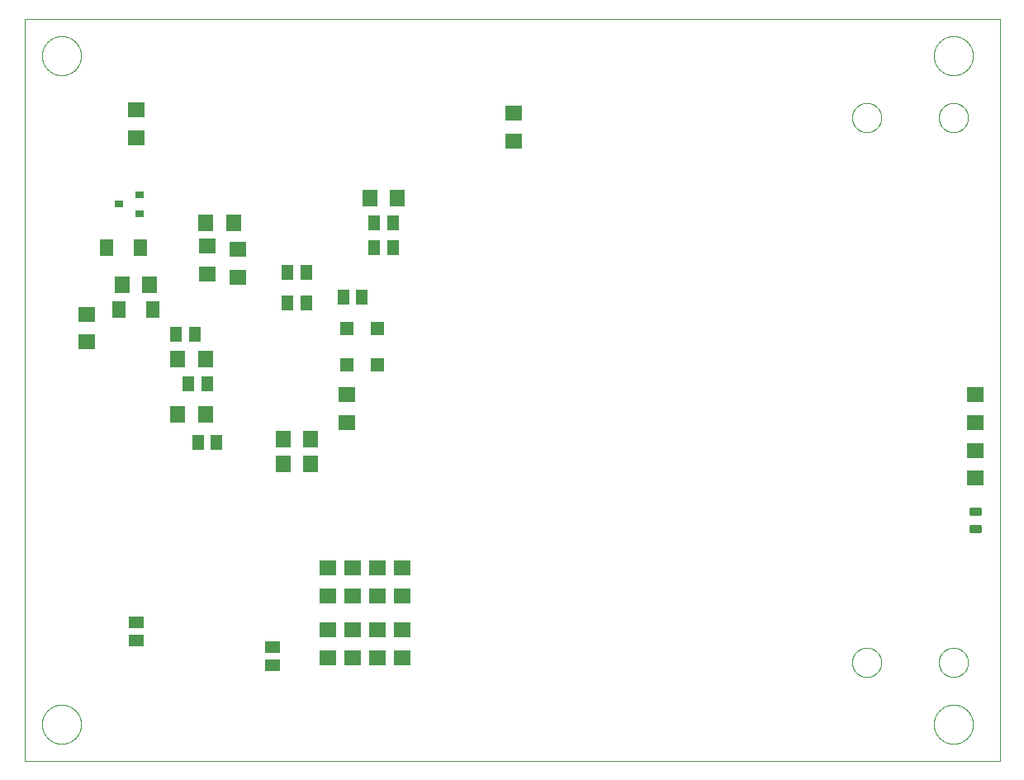
<source format=gtp>
G75*
%MOIN*%
%OFA0B0*%
%FSLAX25Y25*%
%IPPOS*%
%LPD*%
%AMOC8*
5,1,8,0,0,1.08239X$1,22.5*
%
%ADD10C,0.00000*%
%ADD11R,0.07098X0.06299*%
%ADD12R,0.05118X0.05906*%
%ADD13R,0.06299X0.07098*%
%ADD14R,0.05512X0.05512*%
%ADD15R,0.05512X0.07087*%
%ADD16R,0.03543X0.03150*%
%ADD17R,0.05906X0.05118*%
%ADD18C,0.00875*%
D10*
X0014325Y0003000D02*
X0014325Y0302961D01*
X0408026Y0302961D01*
X0408026Y0003000D01*
X0014325Y0003000D01*
X0021451Y0018000D02*
X0021453Y0018193D01*
X0021460Y0018386D01*
X0021472Y0018579D01*
X0021489Y0018772D01*
X0021510Y0018964D01*
X0021536Y0019155D01*
X0021567Y0019346D01*
X0021602Y0019536D01*
X0021642Y0019725D01*
X0021687Y0019913D01*
X0021736Y0020100D01*
X0021790Y0020286D01*
X0021848Y0020470D01*
X0021911Y0020653D01*
X0021979Y0020834D01*
X0022050Y0021013D01*
X0022127Y0021191D01*
X0022207Y0021367D01*
X0022292Y0021540D01*
X0022381Y0021712D01*
X0022474Y0021881D01*
X0022571Y0022048D01*
X0022673Y0022213D01*
X0022778Y0022375D01*
X0022887Y0022534D01*
X0023001Y0022691D01*
X0023118Y0022844D01*
X0023238Y0022995D01*
X0023363Y0023143D01*
X0023491Y0023288D01*
X0023622Y0023429D01*
X0023757Y0023568D01*
X0023896Y0023703D01*
X0024037Y0023834D01*
X0024182Y0023962D01*
X0024330Y0024087D01*
X0024481Y0024207D01*
X0024634Y0024324D01*
X0024791Y0024438D01*
X0024950Y0024547D01*
X0025112Y0024652D01*
X0025277Y0024754D01*
X0025444Y0024851D01*
X0025613Y0024944D01*
X0025785Y0025033D01*
X0025958Y0025118D01*
X0026134Y0025198D01*
X0026312Y0025275D01*
X0026491Y0025346D01*
X0026672Y0025414D01*
X0026855Y0025477D01*
X0027039Y0025535D01*
X0027225Y0025589D01*
X0027412Y0025638D01*
X0027600Y0025683D01*
X0027789Y0025723D01*
X0027979Y0025758D01*
X0028170Y0025789D01*
X0028361Y0025815D01*
X0028553Y0025836D01*
X0028746Y0025853D01*
X0028939Y0025865D01*
X0029132Y0025872D01*
X0029325Y0025874D01*
X0029518Y0025872D01*
X0029711Y0025865D01*
X0029904Y0025853D01*
X0030097Y0025836D01*
X0030289Y0025815D01*
X0030480Y0025789D01*
X0030671Y0025758D01*
X0030861Y0025723D01*
X0031050Y0025683D01*
X0031238Y0025638D01*
X0031425Y0025589D01*
X0031611Y0025535D01*
X0031795Y0025477D01*
X0031978Y0025414D01*
X0032159Y0025346D01*
X0032338Y0025275D01*
X0032516Y0025198D01*
X0032692Y0025118D01*
X0032865Y0025033D01*
X0033037Y0024944D01*
X0033206Y0024851D01*
X0033373Y0024754D01*
X0033538Y0024652D01*
X0033700Y0024547D01*
X0033859Y0024438D01*
X0034016Y0024324D01*
X0034169Y0024207D01*
X0034320Y0024087D01*
X0034468Y0023962D01*
X0034613Y0023834D01*
X0034754Y0023703D01*
X0034893Y0023568D01*
X0035028Y0023429D01*
X0035159Y0023288D01*
X0035287Y0023143D01*
X0035412Y0022995D01*
X0035532Y0022844D01*
X0035649Y0022691D01*
X0035763Y0022534D01*
X0035872Y0022375D01*
X0035977Y0022213D01*
X0036079Y0022048D01*
X0036176Y0021881D01*
X0036269Y0021712D01*
X0036358Y0021540D01*
X0036443Y0021367D01*
X0036523Y0021191D01*
X0036600Y0021013D01*
X0036671Y0020834D01*
X0036739Y0020653D01*
X0036802Y0020470D01*
X0036860Y0020286D01*
X0036914Y0020100D01*
X0036963Y0019913D01*
X0037008Y0019725D01*
X0037048Y0019536D01*
X0037083Y0019346D01*
X0037114Y0019155D01*
X0037140Y0018964D01*
X0037161Y0018772D01*
X0037178Y0018579D01*
X0037190Y0018386D01*
X0037197Y0018193D01*
X0037199Y0018000D01*
X0037197Y0017807D01*
X0037190Y0017614D01*
X0037178Y0017421D01*
X0037161Y0017228D01*
X0037140Y0017036D01*
X0037114Y0016845D01*
X0037083Y0016654D01*
X0037048Y0016464D01*
X0037008Y0016275D01*
X0036963Y0016087D01*
X0036914Y0015900D01*
X0036860Y0015714D01*
X0036802Y0015530D01*
X0036739Y0015347D01*
X0036671Y0015166D01*
X0036600Y0014987D01*
X0036523Y0014809D01*
X0036443Y0014633D01*
X0036358Y0014460D01*
X0036269Y0014288D01*
X0036176Y0014119D01*
X0036079Y0013952D01*
X0035977Y0013787D01*
X0035872Y0013625D01*
X0035763Y0013466D01*
X0035649Y0013309D01*
X0035532Y0013156D01*
X0035412Y0013005D01*
X0035287Y0012857D01*
X0035159Y0012712D01*
X0035028Y0012571D01*
X0034893Y0012432D01*
X0034754Y0012297D01*
X0034613Y0012166D01*
X0034468Y0012038D01*
X0034320Y0011913D01*
X0034169Y0011793D01*
X0034016Y0011676D01*
X0033859Y0011562D01*
X0033700Y0011453D01*
X0033538Y0011348D01*
X0033373Y0011246D01*
X0033206Y0011149D01*
X0033037Y0011056D01*
X0032865Y0010967D01*
X0032692Y0010882D01*
X0032516Y0010802D01*
X0032338Y0010725D01*
X0032159Y0010654D01*
X0031978Y0010586D01*
X0031795Y0010523D01*
X0031611Y0010465D01*
X0031425Y0010411D01*
X0031238Y0010362D01*
X0031050Y0010317D01*
X0030861Y0010277D01*
X0030671Y0010242D01*
X0030480Y0010211D01*
X0030289Y0010185D01*
X0030097Y0010164D01*
X0029904Y0010147D01*
X0029711Y0010135D01*
X0029518Y0010128D01*
X0029325Y0010126D01*
X0029132Y0010128D01*
X0028939Y0010135D01*
X0028746Y0010147D01*
X0028553Y0010164D01*
X0028361Y0010185D01*
X0028170Y0010211D01*
X0027979Y0010242D01*
X0027789Y0010277D01*
X0027600Y0010317D01*
X0027412Y0010362D01*
X0027225Y0010411D01*
X0027039Y0010465D01*
X0026855Y0010523D01*
X0026672Y0010586D01*
X0026491Y0010654D01*
X0026312Y0010725D01*
X0026134Y0010802D01*
X0025958Y0010882D01*
X0025785Y0010967D01*
X0025613Y0011056D01*
X0025444Y0011149D01*
X0025277Y0011246D01*
X0025112Y0011348D01*
X0024950Y0011453D01*
X0024791Y0011562D01*
X0024634Y0011676D01*
X0024481Y0011793D01*
X0024330Y0011913D01*
X0024182Y0012038D01*
X0024037Y0012166D01*
X0023896Y0012297D01*
X0023757Y0012432D01*
X0023622Y0012571D01*
X0023491Y0012712D01*
X0023363Y0012857D01*
X0023238Y0013005D01*
X0023118Y0013156D01*
X0023001Y0013309D01*
X0022887Y0013466D01*
X0022778Y0013625D01*
X0022673Y0013787D01*
X0022571Y0013952D01*
X0022474Y0014119D01*
X0022381Y0014288D01*
X0022292Y0014460D01*
X0022207Y0014633D01*
X0022127Y0014809D01*
X0022050Y0014987D01*
X0021979Y0015166D01*
X0021911Y0015347D01*
X0021848Y0015530D01*
X0021790Y0015714D01*
X0021736Y0015900D01*
X0021687Y0016087D01*
X0021642Y0016275D01*
X0021602Y0016464D01*
X0021567Y0016654D01*
X0021536Y0016845D01*
X0021510Y0017036D01*
X0021489Y0017228D01*
X0021472Y0017421D01*
X0021460Y0017614D01*
X0021453Y0017807D01*
X0021451Y0018000D01*
X0348419Y0043000D02*
X0348421Y0043153D01*
X0348427Y0043307D01*
X0348437Y0043460D01*
X0348451Y0043612D01*
X0348469Y0043765D01*
X0348491Y0043916D01*
X0348516Y0044067D01*
X0348546Y0044218D01*
X0348580Y0044368D01*
X0348617Y0044516D01*
X0348658Y0044664D01*
X0348703Y0044810D01*
X0348752Y0044956D01*
X0348805Y0045100D01*
X0348861Y0045242D01*
X0348921Y0045383D01*
X0348985Y0045523D01*
X0349052Y0045661D01*
X0349123Y0045797D01*
X0349198Y0045931D01*
X0349275Y0046063D01*
X0349357Y0046193D01*
X0349441Y0046321D01*
X0349529Y0046447D01*
X0349620Y0046570D01*
X0349714Y0046691D01*
X0349812Y0046809D01*
X0349912Y0046925D01*
X0350016Y0047038D01*
X0350122Y0047149D01*
X0350231Y0047257D01*
X0350343Y0047362D01*
X0350457Y0047463D01*
X0350575Y0047562D01*
X0350694Y0047658D01*
X0350816Y0047751D01*
X0350941Y0047840D01*
X0351068Y0047927D01*
X0351197Y0048009D01*
X0351328Y0048089D01*
X0351461Y0048165D01*
X0351596Y0048238D01*
X0351733Y0048307D01*
X0351872Y0048372D01*
X0352012Y0048434D01*
X0352154Y0048492D01*
X0352297Y0048547D01*
X0352442Y0048598D01*
X0352588Y0048645D01*
X0352735Y0048688D01*
X0352883Y0048727D01*
X0353032Y0048763D01*
X0353182Y0048794D01*
X0353333Y0048822D01*
X0353484Y0048846D01*
X0353637Y0048866D01*
X0353789Y0048882D01*
X0353942Y0048894D01*
X0354095Y0048902D01*
X0354248Y0048906D01*
X0354402Y0048906D01*
X0354555Y0048902D01*
X0354708Y0048894D01*
X0354861Y0048882D01*
X0355013Y0048866D01*
X0355166Y0048846D01*
X0355317Y0048822D01*
X0355468Y0048794D01*
X0355618Y0048763D01*
X0355767Y0048727D01*
X0355915Y0048688D01*
X0356062Y0048645D01*
X0356208Y0048598D01*
X0356353Y0048547D01*
X0356496Y0048492D01*
X0356638Y0048434D01*
X0356778Y0048372D01*
X0356917Y0048307D01*
X0357054Y0048238D01*
X0357189Y0048165D01*
X0357322Y0048089D01*
X0357453Y0048009D01*
X0357582Y0047927D01*
X0357709Y0047840D01*
X0357834Y0047751D01*
X0357956Y0047658D01*
X0358075Y0047562D01*
X0358193Y0047463D01*
X0358307Y0047362D01*
X0358419Y0047257D01*
X0358528Y0047149D01*
X0358634Y0047038D01*
X0358738Y0046925D01*
X0358838Y0046809D01*
X0358936Y0046691D01*
X0359030Y0046570D01*
X0359121Y0046447D01*
X0359209Y0046321D01*
X0359293Y0046193D01*
X0359375Y0046063D01*
X0359452Y0045931D01*
X0359527Y0045797D01*
X0359598Y0045661D01*
X0359665Y0045523D01*
X0359729Y0045383D01*
X0359789Y0045242D01*
X0359845Y0045100D01*
X0359898Y0044956D01*
X0359947Y0044810D01*
X0359992Y0044664D01*
X0360033Y0044516D01*
X0360070Y0044368D01*
X0360104Y0044218D01*
X0360134Y0044067D01*
X0360159Y0043916D01*
X0360181Y0043765D01*
X0360199Y0043612D01*
X0360213Y0043460D01*
X0360223Y0043307D01*
X0360229Y0043153D01*
X0360231Y0043000D01*
X0360229Y0042847D01*
X0360223Y0042693D01*
X0360213Y0042540D01*
X0360199Y0042388D01*
X0360181Y0042235D01*
X0360159Y0042084D01*
X0360134Y0041933D01*
X0360104Y0041782D01*
X0360070Y0041632D01*
X0360033Y0041484D01*
X0359992Y0041336D01*
X0359947Y0041190D01*
X0359898Y0041044D01*
X0359845Y0040900D01*
X0359789Y0040758D01*
X0359729Y0040617D01*
X0359665Y0040477D01*
X0359598Y0040339D01*
X0359527Y0040203D01*
X0359452Y0040069D01*
X0359375Y0039937D01*
X0359293Y0039807D01*
X0359209Y0039679D01*
X0359121Y0039553D01*
X0359030Y0039430D01*
X0358936Y0039309D01*
X0358838Y0039191D01*
X0358738Y0039075D01*
X0358634Y0038962D01*
X0358528Y0038851D01*
X0358419Y0038743D01*
X0358307Y0038638D01*
X0358193Y0038537D01*
X0358075Y0038438D01*
X0357956Y0038342D01*
X0357834Y0038249D01*
X0357709Y0038160D01*
X0357582Y0038073D01*
X0357453Y0037991D01*
X0357322Y0037911D01*
X0357189Y0037835D01*
X0357054Y0037762D01*
X0356917Y0037693D01*
X0356778Y0037628D01*
X0356638Y0037566D01*
X0356496Y0037508D01*
X0356353Y0037453D01*
X0356208Y0037402D01*
X0356062Y0037355D01*
X0355915Y0037312D01*
X0355767Y0037273D01*
X0355618Y0037237D01*
X0355468Y0037206D01*
X0355317Y0037178D01*
X0355166Y0037154D01*
X0355013Y0037134D01*
X0354861Y0037118D01*
X0354708Y0037106D01*
X0354555Y0037098D01*
X0354402Y0037094D01*
X0354248Y0037094D01*
X0354095Y0037098D01*
X0353942Y0037106D01*
X0353789Y0037118D01*
X0353637Y0037134D01*
X0353484Y0037154D01*
X0353333Y0037178D01*
X0353182Y0037206D01*
X0353032Y0037237D01*
X0352883Y0037273D01*
X0352735Y0037312D01*
X0352588Y0037355D01*
X0352442Y0037402D01*
X0352297Y0037453D01*
X0352154Y0037508D01*
X0352012Y0037566D01*
X0351872Y0037628D01*
X0351733Y0037693D01*
X0351596Y0037762D01*
X0351461Y0037835D01*
X0351328Y0037911D01*
X0351197Y0037991D01*
X0351068Y0038073D01*
X0350941Y0038160D01*
X0350816Y0038249D01*
X0350694Y0038342D01*
X0350575Y0038438D01*
X0350457Y0038537D01*
X0350343Y0038638D01*
X0350231Y0038743D01*
X0350122Y0038851D01*
X0350016Y0038962D01*
X0349912Y0039075D01*
X0349812Y0039191D01*
X0349714Y0039309D01*
X0349620Y0039430D01*
X0349529Y0039553D01*
X0349441Y0039679D01*
X0349357Y0039807D01*
X0349275Y0039937D01*
X0349198Y0040069D01*
X0349123Y0040203D01*
X0349052Y0040339D01*
X0348985Y0040477D01*
X0348921Y0040617D01*
X0348861Y0040758D01*
X0348805Y0040900D01*
X0348752Y0041044D01*
X0348703Y0041190D01*
X0348658Y0041336D01*
X0348617Y0041484D01*
X0348580Y0041632D01*
X0348546Y0041782D01*
X0348516Y0041933D01*
X0348491Y0042084D01*
X0348469Y0042235D01*
X0348451Y0042388D01*
X0348437Y0042540D01*
X0348427Y0042693D01*
X0348421Y0042847D01*
X0348419Y0043000D01*
X0383419Y0043000D02*
X0383421Y0043153D01*
X0383427Y0043307D01*
X0383437Y0043460D01*
X0383451Y0043612D01*
X0383469Y0043765D01*
X0383491Y0043916D01*
X0383516Y0044067D01*
X0383546Y0044218D01*
X0383580Y0044368D01*
X0383617Y0044516D01*
X0383658Y0044664D01*
X0383703Y0044810D01*
X0383752Y0044956D01*
X0383805Y0045100D01*
X0383861Y0045242D01*
X0383921Y0045383D01*
X0383985Y0045523D01*
X0384052Y0045661D01*
X0384123Y0045797D01*
X0384198Y0045931D01*
X0384275Y0046063D01*
X0384357Y0046193D01*
X0384441Y0046321D01*
X0384529Y0046447D01*
X0384620Y0046570D01*
X0384714Y0046691D01*
X0384812Y0046809D01*
X0384912Y0046925D01*
X0385016Y0047038D01*
X0385122Y0047149D01*
X0385231Y0047257D01*
X0385343Y0047362D01*
X0385457Y0047463D01*
X0385575Y0047562D01*
X0385694Y0047658D01*
X0385816Y0047751D01*
X0385941Y0047840D01*
X0386068Y0047927D01*
X0386197Y0048009D01*
X0386328Y0048089D01*
X0386461Y0048165D01*
X0386596Y0048238D01*
X0386733Y0048307D01*
X0386872Y0048372D01*
X0387012Y0048434D01*
X0387154Y0048492D01*
X0387297Y0048547D01*
X0387442Y0048598D01*
X0387588Y0048645D01*
X0387735Y0048688D01*
X0387883Y0048727D01*
X0388032Y0048763D01*
X0388182Y0048794D01*
X0388333Y0048822D01*
X0388484Y0048846D01*
X0388637Y0048866D01*
X0388789Y0048882D01*
X0388942Y0048894D01*
X0389095Y0048902D01*
X0389248Y0048906D01*
X0389402Y0048906D01*
X0389555Y0048902D01*
X0389708Y0048894D01*
X0389861Y0048882D01*
X0390013Y0048866D01*
X0390166Y0048846D01*
X0390317Y0048822D01*
X0390468Y0048794D01*
X0390618Y0048763D01*
X0390767Y0048727D01*
X0390915Y0048688D01*
X0391062Y0048645D01*
X0391208Y0048598D01*
X0391353Y0048547D01*
X0391496Y0048492D01*
X0391638Y0048434D01*
X0391778Y0048372D01*
X0391917Y0048307D01*
X0392054Y0048238D01*
X0392189Y0048165D01*
X0392322Y0048089D01*
X0392453Y0048009D01*
X0392582Y0047927D01*
X0392709Y0047840D01*
X0392834Y0047751D01*
X0392956Y0047658D01*
X0393075Y0047562D01*
X0393193Y0047463D01*
X0393307Y0047362D01*
X0393419Y0047257D01*
X0393528Y0047149D01*
X0393634Y0047038D01*
X0393738Y0046925D01*
X0393838Y0046809D01*
X0393936Y0046691D01*
X0394030Y0046570D01*
X0394121Y0046447D01*
X0394209Y0046321D01*
X0394293Y0046193D01*
X0394375Y0046063D01*
X0394452Y0045931D01*
X0394527Y0045797D01*
X0394598Y0045661D01*
X0394665Y0045523D01*
X0394729Y0045383D01*
X0394789Y0045242D01*
X0394845Y0045100D01*
X0394898Y0044956D01*
X0394947Y0044810D01*
X0394992Y0044664D01*
X0395033Y0044516D01*
X0395070Y0044368D01*
X0395104Y0044218D01*
X0395134Y0044067D01*
X0395159Y0043916D01*
X0395181Y0043765D01*
X0395199Y0043612D01*
X0395213Y0043460D01*
X0395223Y0043307D01*
X0395229Y0043153D01*
X0395231Y0043000D01*
X0395229Y0042847D01*
X0395223Y0042693D01*
X0395213Y0042540D01*
X0395199Y0042388D01*
X0395181Y0042235D01*
X0395159Y0042084D01*
X0395134Y0041933D01*
X0395104Y0041782D01*
X0395070Y0041632D01*
X0395033Y0041484D01*
X0394992Y0041336D01*
X0394947Y0041190D01*
X0394898Y0041044D01*
X0394845Y0040900D01*
X0394789Y0040758D01*
X0394729Y0040617D01*
X0394665Y0040477D01*
X0394598Y0040339D01*
X0394527Y0040203D01*
X0394452Y0040069D01*
X0394375Y0039937D01*
X0394293Y0039807D01*
X0394209Y0039679D01*
X0394121Y0039553D01*
X0394030Y0039430D01*
X0393936Y0039309D01*
X0393838Y0039191D01*
X0393738Y0039075D01*
X0393634Y0038962D01*
X0393528Y0038851D01*
X0393419Y0038743D01*
X0393307Y0038638D01*
X0393193Y0038537D01*
X0393075Y0038438D01*
X0392956Y0038342D01*
X0392834Y0038249D01*
X0392709Y0038160D01*
X0392582Y0038073D01*
X0392453Y0037991D01*
X0392322Y0037911D01*
X0392189Y0037835D01*
X0392054Y0037762D01*
X0391917Y0037693D01*
X0391778Y0037628D01*
X0391638Y0037566D01*
X0391496Y0037508D01*
X0391353Y0037453D01*
X0391208Y0037402D01*
X0391062Y0037355D01*
X0390915Y0037312D01*
X0390767Y0037273D01*
X0390618Y0037237D01*
X0390468Y0037206D01*
X0390317Y0037178D01*
X0390166Y0037154D01*
X0390013Y0037134D01*
X0389861Y0037118D01*
X0389708Y0037106D01*
X0389555Y0037098D01*
X0389402Y0037094D01*
X0389248Y0037094D01*
X0389095Y0037098D01*
X0388942Y0037106D01*
X0388789Y0037118D01*
X0388637Y0037134D01*
X0388484Y0037154D01*
X0388333Y0037178D01*
X0388182Y0037206D01*
X0388032Y0037237D01*
X0387883Y0037273D01*
X0387735Y0037312D01*
X0387588Y0037355D01*
X0387442Y0037402D01*
X0387297Y0037453D01*
X0387154Y0037508D01*
X0387012Y0037566D01*
X0386872Y0037628D01*
X0386733Y0037693D01*
X0386596Y0037762D01*
X0386461Y0037835D01*
X0386328Y0037911D01*
X0386197Y0037991D01*
X0386068Y0038073D01*
X0385941Y0038160D01*
X0385816Y0038249D01*
X0385694Y0038342D01*
X0385575Y0038438D01*
X0385457Y0038537D01*
X0385343Y0038638D01*
X0385231Y0038743D01*
X0385122Y0038851D01*
X0385016Y0038962D01*
X0384912Y0039075D01*
X0384812Y0039191D01*
X0384714Y0039309D01*
X0384620Y0039430D01*
X0384529Y0039553D01*
X0384441Y0039679D01*
X0384357Y0039807D01*
X0384275Y0039937D01*
X0384198Y0040069D01*
X0384123Y0040203D01*
X0384052Y0040339D01*
X0383985Y0040477D01*
X0383921Y0040617D01*
X0383861Y0040758D01*
X0383805Y0040900D01*
X0383752Y0041044D01*
X0383703Y0041190D01*
X0383658Y0041336D01*
X0383617Y0041484D01*
X0383580Y0041632D01*
X0383546Y0041782D01*
X0383516Y0041933D01*
X0383491Y0042084D01*
X0383469Y0042235D01*
X0383451Y0042388D01*
X0383437Y0042540D01*
X0383427Y0042693D01*
X0383421Y0042847D01*
X0383419Y0043000D01*
X0381451Y0018000D02*
X0381453Y0018193D01*
X0381460Y0018386D01*
X0381472Y0018579D01*
X0381489Y0018772D01*
X0381510Y0018964D01*
X0381536Y0019155D01*
X0381567Y0019346D01*
X0381602Y0019536D01*
X0381642Y0019725D01*
X0381687Y0019913D01*
X0381736Y0020100D01*
X0381790Y0020286D01*
X0381848Y0020470D01*
X0381911Y0020653D01*
X0381979Y0020834D01*
X0382050Y0021013D01*
X0382127Y0021191D01*
X0382207Y0021367D01*
X0382292Y0021540D01*
X0382381Y0021712D01*
X0382474Y0021881D01*
X0382571Y0022048D01*
X0382673Y0022213D01*
X0382778Y0022375D01*
X0382887Y0022534D01*
X0383001Y0022691D01*
X0383118Y0022844D01*
X0383238Y0022995D01*
X0383363Y0023143D01*
X0383491Y0023288D01*
X0383622Y0023429D01*
X0383757Y0023568D01*
X0383896Y0023703D01*
X0384037Y0023834D01*
X0384182Y0023962D01*
X0384330Y0024087D01*
X0384481Y0024207D01*
X0384634Y0024324D01*
X0384791Y0024438D01*
X0384950Y0024547D01*
X0385112Y0024652D01*
X0385277Y0024754D01*
X0385444Y0024851D01*
X0385613Y0024944D01*
X0385785Y0025033D01*
X0385958Y0025118D01*
X0386134Y0025198D01*
X0386312Y0025275D01*
X0386491Y0025346D01*
X0386672Y0025414D01*
X0386855Y0025477D01*
X0387039Y0025535D01*
X0387225Y0025589D01*
X0387412Y0025638D01*
X0387600Y0025683D01*
X0387789Y0025723D01*
X0387979Y0025758D01*
X0388170Y0025789D01*
X0388361Y0025815D01*
X0388553Y0025836D01*
X0388746Y0025853D01*
X0388939Y0025865D01*
X0389132Y0025872D01*
X0389325Y0025874D01*
X0389518Y0025872D01*
X0389711Y0025865D01*
X0389904Y0025853D01*
X0390097Y0025836D01*
X0390289Y0025815D01*
X0390480Y0025789D01*
X0390671Y0025758D01*
X0390861Y0025723D01*
X0391050Y0025683D01*
X0391238Y0025638D01*
X0391425Y0025589D01*
X0391611Y0025535D01*
X0391795Y0025477D01*
X0391978Y0025414D01*
X0392159Y0025346D01*
X0392338Y0025275D01*
X0392516Y0025198D01*
X0392692Y0025118D01*
X0392865Y0025033D01*
X0393037Y0024944D01*
X0393206Y0024851D01*
X0393373Y0024754D01*
X0393538Y0024652D01*
X0393700Y0024547D01*
X0393859Y0024438D01*
X0394016Y0024324D01*
X0394169Y0024207D01*
X0394320Y0024087D01*
X0394468Y0023962D01*
X0394613Y0023834D01*
X0394754Y0023703D01*
X0394893Y0023568D01*
X0395028Y0023429D01*
X0395159Y0023288D01*
X0395287Y0023143D01*
X0395412Y0022995D01*
X0395532Y0022844D01*
X0395649Y0022691D01*
X0395763Y0022534D01*
X0395872Y0022375D01*
X0395977Y0022213D01*
X0396079Y0022048D01*
X0396176Y0021881D01*
X0396269Y0021712D01*
X0396358Y0021540D01*
X0396443Y0021367D01*
X0396523Y0021191D01*
X0396600Y0021013D01*
X0396671Y0020834D01*
X0396739Y0020653D01*
X0396802Y0020470D01*
X0396860Y0020286D01*
X0396914Y0020100D01*
X0396963Y0019913D01*
X0397008Y0019725D01*
X0397048Y0019536D01*
X0397083Y0019346D01*
X0397114Y0019155D01*
X0397140Y0018964D01*
X0397161Y0018772D01*
X0397178Y0018579D01*
X0397190Y0018386D01*
X0397197Y0018193D01*
X0397199Y0018000D01*
X0397197Y0017807D01*
X0397190Y0017614D01*
X0397178Y0017421D01*
X0397161Y0017228D01*
X0397140Y0017036D01*
X0397114Y0016845D01*
X0397083Y0016654D01*
X0397048Y0016464D01*
X0397008Y0016275D01*
X0396963Y0016087D01*
X0396914Y0015900D01*
X0396860Y0015714D01*
X0396802Y0015530D01*
X0396739Y0015347D01*
X0396671Y0015166D01*
X0396600Y0014987D01*
X0396523Y0014809D01*
X0396443Y0014633D01*
X0396358Y0014460D01*
X0396269Y0014288D01*
X0396176Y0014119D01*
X0396079Y0013952D01*
X0395977Y0013787D01*
X0395872Y0013625D01*
X0395763Y0013466D01*
X0395649Y0013309D01*
X0395532Y0013156D01*
X0395412Y0013005D01*
X0395287Y0012857D01*
X0395159Y0012712D01*
X0395028Y0012571D01*
X0394893Y0012432D01*
X0394754Y0012297D01*
X0394613Y0012166D01*
X0394468Y0012038D01*
X0394320Y0011913D01*
X0394169Y0011793D01*
X0394016Y0011676D01*
X0393859Y0011562D01*
X0393700Y0011453D01*
X0393538Y0011348D01*
X0393373Y0011246D01*
X0393206Y0011149D01*
X0393037Y0011056D01*
X0392865Y0010967D01*
X0392692Y0010882D01*
X0392516Y0010802D01*
X0392338Y0010725D01*
X0392159Y0010654D01*
X0391978Y0010586D01*
X0391795Y0010523D01*
X0391611Y0010465D01*
X0391425Y0010411D01*
X0391238Y0010362D01*
X0391050Y0010317D01*
X0390861Y0010277D01*
X0390671Y0010242D01*
X0390480Y0010211D01*
X0390289Y0010185D01*
X0390097Y0010164D01*
X0389904Y0010147D01*
X0389711Y0010135D01*
X0389518Y0010128D01*
X0389325Y0010126D01*
X0389132Y0010128D01*
X0388939Y0010135D01*
X0388746Y0010147D01*
X0388553Y0010164D01*
X0388361Y0010185D01*
X0388170Y0010211D01*
X0387979Y0010242D01*
X0387789Y0010277D01*
X0387600Y0010317D01*
X0387412Y0010362D01*
X0387225Y0010411D01*
X0387039Y0010465D01*
X0386855Y0010523D01*
X0386672Y0010586D01*
X0386491Y0010654D01*
X0386312Y0010725D01*
X0386134Y0010802D01*
X0385958Y0010882D01*
X0385785Y0010967D01*
X0385613Y0011056D01*
X0385444Y0011149D01*
X0385277Y0011246D01*
X0385112Y0011348D01*
X0384950Y0011453D01*
X0384791Y0011562D01*
X0384634Y0011676D01*
X0384481Y0011793D01*
X0384330Y0011913D01*
X0384182Y0012038D01*
X0384037Y0012166D01*
X0383896Y0012297D01*
X0383757Y0012432D01*
X0383622Y0012571D01*
X0383491Y0012712D01*
X0383363Y0012857D01*
X0383238Y0013005D01*
X0383118Y0013156D01*
X0383001Y0013309D01*
X0382887Y0013466D01*
X0382778Y0013625D01*
X0382673Y0013787D01*
X0382571Y0013952D01*
X0382474Y0014119D01*
X0382381Y0014288D01*
X0382292Y0014460D01*
X0382207Y0014633D01*
X0382127Y0014809D01*
X0382050Y0014987D01*
X0381979Y0015166D01*
X0381911Y0015347D01*
X0381848Y0015530D01*
X0381790Y0015714D01*
X0381736Y0015900D01*
X0381687Y0016087D01*
X0381642Y0016275D01*
X0381602Y0016464D01*
X0381567Y0016654D01*
X0381536Y0016845D01*
X0381510Y0017036D01*
X0381489Y0017228D01*
X0381472Y0017421D01*
X0381460Y0017614D01*
X0381453Y0017807D01*
X0381451Y0018000D01*
X0383419Y0263000D02*
X0383421Y0263153D01*
X0383427Y0263307D01*
X0383437Y0263460D01*
X0383451Y0263612D01*
X0383469Y0263765D01*
X0383491Y0263916D01*
X0383516Y0264067D01*
X0383546Y0264218D01*
X0383580Y0264368D01*
X0383617Y0264516D01*
X0383658Y0264664D01*
X0383703Y0264810D01*
X0383752Y0264956D01*
X0383805Y0265100D01*
X0383861Y0265242D01*
X0383921Y0265383D01*
X0383985Y0265523D01*
X0384052Y0265661D01*
X0384123Y0265797D01*
X0384198Y0265931D01*
X0384275Y0266063D01*
X0384357Y0266193D01*
X0384441Y0266321D01*
X0384529Y0266447D01*
X0384620Y0266570D01*
X0384714Y0266691D01*
X0384812Y0266809D01*
X0384912Y0266925D01*
X0385016Y0267038D01*
X0385122Y0267149D01*
X0385231Y0267257D01*
X0385343Y0267362D01*
X0385457Y0267463D01*
X0385575Y0267562D01*
X0385694Y0267658D01*
X0385816Y0267751D01*
X0385941Y0267840D01*
X0386068Y0267927D01*
X0386197Y0268009D01*
X0386328Y0268089D01*
X0386461Y0268165D01*
X0386596Y0268238D01*
X0386733Y0268307D01*
X0386872Y0268372D01*
X0387012Y0268434D01*
X0387154Y0268492D01*
X0387297Y0268547D01*
X0387442Y0268598D01*
X0387588Y0268645D01*
X0387735Y0268688D01*
X0387883Y0268727D01*
X0388032Y0268763D01*
X0388182Y0268794D01*
X0388333Y0268822D01*
X0388484Y0268846D01*
X0388637Y0268866D01*
X0388789Y0268882D01*
X0388942Y0268894D01*
X0389095Y0268902D01*
X0389248Y0268906D01*
X0389402Y0268906D01*
X0389555Y0268902D01*
X0389708Y0268894D01*
X0389861Y0268882D01*
X0390013Y0268866D01*
X0390166Y0268846D01*
X0390317Y0268822D01*
X0390468Y0268794D01*
X0390618Y0268763D01*
X0390767Y0268727D01*
X0390915Y0268688D01*
X0391062Y0268645D01*
X0391208Y0268598D01*
X0391353Y0268547D01*
X0391496Y0268492D01*
X0391638Y0268434D01*
X0391778Y0268372D01*
X0391917Y0268307D01*
X0392054Y0268238D01*
X0392189Y0268165D01*
X0392322Y0268089D01*
X0392453Y0268009D01*
X0392582Y0267927D01*
X0392709Y0267840D01*
X0392834Y0267751D01*
X0392956Y0267658D01*
X0393075Y0267562D01*
X0393193Y0267463D01*
X0393307Y0267362D01*
X0393419Y0267257D01*
X0393528Y0267149D01*
X0393634Y0267038D01*
X0393738Y0266925D01*
X0393838Y0266809D01*
X0393936Y0266691D01*
X0394030Y0266570D01*
X0394121Y0266447D01*
X0394209Y0266321D01*
X0394293Y0266193D01*
X0394375Y0266063D01*
X0394452Y0265931D01*
X0394527Y0265797D01*
X0394598Y0265661D01*
X0394665Y0265523D01*
X0394729Y0265383D01*
X0394789Y0265242D01*
X0394845Y0265100D01*
X0394898Y0264956D01*
X0394947Y0264810D01*
X0394992Y0264664D01*
X0395033Y0264516D01*
X0395070Y0264368D01*
X0395104Y0264218D01*
X0395134Y0264067D01*
X0395159Y0263916D01*
X0395181Y0263765D01*
X0395199Y0263612D01*
X0395213Y0263460D01*
X0395223Y0263307D01*
X0395229Y0263153D01*
X0395231Y0263000D01*
X0395229Y0262847D01*
X0395223Y0262693D01*
X0395213Y0262540D01*
X0395199Y0262388D01*
X0395181Y0262235D01*
X0395159Y0262084D01*
X0395134Y0261933D01*
X0395104Y0261782D01*
X0395070Y0261632D01*
X0395033Y0261484D01*
X0394992Y0261336D01*
X0394947Y0261190D01*
X0394898Y0261044D01*
X0394845Y0260900D01*
X0394789Y0260758D01*
X0394729Y0260617D01*
X0394665Y0260477D01*
X0394598Y0260339D01*
X0394527Y0260203D01*
X0394452Y0260069D01*
X0394375Y0259937D01*
X0394293Y0259807D01*
X0394209Y0259679D01*
X0394121Y0259553D01*
X0394030Y0259430D01*
X0393936Y0259309D01*
X0393838Y0259191D01*
X0393738Y0259075D01*
X0393634Y0258962D01*
X0393528Y0258851D01*
X0393419Y0258743D01*
X0393307Y0258638D01*
X0393193Y0258537D01*
X0393075Y0258438D01*
X0392956Y0258342D01*
X0392834Y0258249D01*
X0392709Y0258160D01*
X0392582Y0258073D01*
X0392453Y0257991D01*
X0392322Y0257911D01*
X0392189Y0257835D01*
X0392054Y0257762D01*
X0391917Y0257693D01*
X0391778Y0257628D01*
X0391638Y0257566D01*
X0391496Y0257508D01*
X0391353Y0257453D01*
X0391208Y0257402D01*
X0391062Y0257355D01*
X0390915Y0257312D01*
X0390767Y0257273D01*
X0390618Y0257237D01*
X0390468Y0257206D01*
X0390317Y0257178D01*
X0390166Y0257154D01*
X0390013Y0257134D01*
X0389861Y0257118D01*
X0389708Y0257106D01*
X0389555Y0257098D01*
X0389402Y0257094D01*
X0389248Y0257094D01*
X0389095Y0257098D01*
X0388942Y0257106D01*
X0388789Y0257118D01*
X0388637Y0257134D01*
X0388484Y0257154D01*
X0388333Y0257178D01*
X0388182Y0257206D01*
X0388032Y0257237D01*
X0387883Y0257273D01*
X0387735Y0257312D01*
X0387588Y0257355D01*
X0387442Y0257402D01*
X0387297Y0257453D01*
X0387154Y0257508D01*
X0387012Y0257566D01*
X0386872Y0257628D01*
X0386733Y0257693D01*
X0386596Y0257762D01*
X0386461Y0257835D01*
X0386328Y0257911D01*
X0386197Y0257991D01*
X0386068Y0258073D01*
X0385941Y0258160D01*
X0385816Y0258249D01*
X0385694Y0258342D01*
X0385575Y0258438D01*
X0385457Y0258537D01*
X0385343Y0258638D01*
X0385231Y0258743D01*
X0385122Y0258851D01*
X0385016Y0258962D01*
X0384912Y0259075D01*
X0384812Y0259191D01*
X0384714Y0259309D01*
X0384620Y0259430D01*
X0384529Y0259553D01*
X0384441Y0259679D01*
X0384357Y0259807D01*
X0384275Y0259937D01*
X0384198Y0260069D01*
X0384123Y0260203D01*
X0384052Y0260339D01*
X0383985Y0260477D01*
X0383921Y0260617D01*
X0383861Y0260758D01*
X0383805Y0260900D01*
X0383752Y0261044D01*
X0383703Y0261190D01*
X0383658Y0261336D01*
X0383617Y0261484D01*
X0383580Y0261632D01*
X0383546Y0261782D01*
X0383516Y0261933D01*
X0383491Y0262084D01*
X0383469Y0262235D01*
X0383451Y0262388D01*
X0383437Y0262540D01*
X0383427Y0262693D01*
X0383421Y0262847D01*
X0383419Y0263000D01*
X0348419Y0263000D02*
X0348421Y0263153D01*
X0348427Y0263307D01*
X0348437Y0263460D01*
X0348451Y0263612D01*
X0348469Y0263765D01*
X0348491Y0263916D01*
X0348516Y0264067D01*
X0348546Y0264218D01*
X0348580Y0264368D01*
X0348617Y0264516D01*
X0348658Y0264664D01*
X0348703Y0264810D01*
X0348752Y0264956D01*
X0348805Y0265100D01*
X0348861Y0265242D01*
X0348921Y0265383D01*
X0348985Y0265523D01*
X0349052Y0265661D01*
X0349123Y0265797D01*
X0349198Y0265931D01*
X0349275Y0266063D01*
X0349357Y0266193D01*
X0349441Y0266321D01*
X0349529Y0266447D01*
X0349620Y0266570D01*
X0349714Y0266691D01*
X0349812Y0266809D01*
X0349912Y0266925D01*
X0350016Y0267038D01*
X0350122Y0267149D01*
X0350231Y0267257D01*
X0350343Y0267362D01*
X0350457Y0267463D01*
X0350575Y0267562D01*
X0350694Y0267658D01*
X0350816Y0267751D01*
X0350941Y0267840D01*
X0351068Y0267927D01*
X0351197Y0268009D01*
X0351328Y0268089D01*
X0351461Y0268165D01*
X0351596Y0268238D01*
X0351733Y0268307D01*
X0351872Y0268372D01*
X0352012Y0268434D01*
X0352154Y0268492D01*
X0352297Y0268547D01*
X0352442Y0268598D01*
X0352588Y0268645D01*
X0352735Y0268688D01*
X0352883Y0268727D01*
X0353032Y0268763D01*
X0353182Y0268794D01*
X0353333Y0268822D01*
X0353484Y0268846D01*
X0353637Y0268866D01*
X0353789Y0268882D01*
X0353942Y0268894D01*
X0354095Y0268902D01*
X0354248Y0268906D01*
X0354402Y0268906D01*
X0354555Y0268902D01*
X0354708Y0268894D01*
X0354861Y0268882D01*
X0355013Y0268866D01*
X0355166Y0268846D01*
X0355317Y0268822D01*
X0355468Y0268794D01*
X0355618Y0268763D01*
X0355767Y0268727D01*
X0355915Y0268688D01*
X0356062Y0268645D01*
X0356208Y0268598D01*
X0356353Y0268547D01*
X0356496Y0268492D01*
X0356638Y0268434D01*
X0356778Y0268372D01*
X0356917Y0268307D01*
X0357054Y0268238D01*
X0357189Y0268165D01*
X0357322Y0268089D01*
X0357453Y0268009D01*
X0357582Y0267927D01*
X0357709Y0267840D01*
X0357834Y0267751D01*
X0357956Y0267658D01*
X0358075Y0267562D01*
X0358193Y0267463D01*
X0358307Y0267362D01*
X0358419Y0267257D01*
X0358528Y0267149D01*
X0358634Y0267038D01*
X0358738Y0266925D01*
X0358838Y0266809D01*
X0358936Y0266691D01*
X0359030Y0266570D01*
X0359121Y0266447D01*
X0359209Y0266321D01*
X0359293Y0266193D01*
X0359375Y0266063D01*
X0359452Y0265931D01*
X0359527Y0265797D01*
X0359598Y0265661D01*
X0359665Y0265523D01*
X0359729Y0265383D01*
X0359789Y0265242D01*
X0359845Y0265100D01*
X0359898Y0264956D01*
X0359947Y0264810D01*
X0359992Y0264664D01*
X0360033Y0264516D01*
X0360070Y0264368D01*
X0360104Y0264218D01*
X0360134Y0264067D01*
X0360159Y0263916D01*
X0360181Y0263765D01*
X0360199Y0263612D01*
X0360213Y0263460D01*
X0360223Y0263307D01*
X0360229Y0263153D01*
X0360231Y0263000D01*
X0360229Y0262847D01*
X0360223Y0262693D01*
X0360213Y0262540D01*
X0360199Y0262388D01*
X0360181Y0262235D01*
X0360159Y0262084D01*
X0360134Y0261933D01*
X0360104Y0261782D01*
X0360070Y0261632D01*
X0360033Y0261484D01*
X0359992Y0261336D01*
X0359947Y0261190D01*
X0359898Y0261044D01*
X0359845Y0260900D01*
X0359789Y0260758D01*
X0359729Y0260617D01*
X0359665Y0260477D01*
X0359598Y0260339D01*
X0359527Y0260203D01*
X0359452Y0260069D01*
X0359375Y0259937D01*
X0359293Y0259807D01*
X0359209Y0259679D01*
X0359121Y0259553D01*
X0359030Y0259430D01*
X0358936Y0259309D01*
X0358838Y0259191D01*
X0358738Y0259075D01*
X0358634Y0258962D01*
X0358528Y0258851D01*
X0358419Y0258743D01*
X0358307Y0258638D01*
X0358193Y0258537D01*
X0358075Y0258438D01*
X0357956Y0258342D01*
X0357834Y0258249D01*
X0357709Y0258160D01*
X0357582Y0258073D01*
X0357453Y0257991D01*
X0357322Y0257911D01*
X0357189Y0257835D01*
X0357054Y0257762D01*
X0356917Y0257693D01*
X0356778Y0257628D01*
X0356638Y0257566D01*
X0356496Y0257508D01*
X0356353Y0257453D01*
X0356208Y0257402D01*
X0356062Y0257355D01*
X0355915Y0257312D01*
X0355767Y0257273D01*
X0355618Y0257237D01*
X0355468Y0257206D01*
X0355317Y0257178D01*
X0355166Y0257154D01*
X0355013Y0257134D01*
X0354861Y0257118D01*
X0354708Y0257106D01*
X0354555Y0257098D01*
X0354402Y0257094D01*
X0354248Y0257094D01*
X0354095Y0257098D01*
X0353942Y0257106D01*
X0353789Y0257118D01*
X0353637Y0257134D01*
X0353484Y0257154D01*
X0353333Y0257178D01*
X0353182Y0257206D01*
X0353032Y0257237D01*
X0352883Y0257273D01*
X0352735Y0257312D01*
X0352588Y0257355D01*
X0352442Y0257402D01*
X0352297Y0257453D01*
X0352154Y0257508D01*
X0352012Y0257566D01*
X0351872Y0257628D01*
X0351733Y0257693D01*
X0351596Y0257762D01*
X0351461Y0257835D01*
X0351328Y0257911D01*
X0351197Y0257991D01*
X0351068Y0258073D01*
X0350941Y0258160D01*
X0350816Y0258249D01*
X0350694Y0258342D01*
X0350575Y0258438D01*
X0350457Y0258537D01*
X0350343Y0258638D01*
X0350231Y0258743D01*
X0350122Y0258851D01*
X0350016Y0258962D01*
X0349912Y0259075D01*
X0349812Y0259191D01*
X0349714Y0259309D01*
X0349620Y0259430D01*
X0349529Y0259553D01*
X0349441Y0259679D01*
X0349357Y0259807D01*
X0349275Y0259937D01*
X0349198Y0260069D01*
X0349123Y0260203D01*
X0349052Y0260339D01*
X0348985Y0260477D01*
X0348921Y0260617D01*
X0348861Y0260758D01*
X0348805Y0260900D01*
X0348752Y0261044D01*
X0348703Y0261190D01*
X0348658Y0261336D01*
X0348617Y0261484D01*
X0348580Y0261632D01*
X0348546Y0261782D01*
X0348516Y0261933D01*
X0348491Y0262084D01*
X0348469Y0262235D01*
X0348451Y0262388D01*
X0348437Y0262540D01*
X0348427Y0262693D01*
X0348421Y0262847D01*
X0348419Y0263000D01*
X0381451Y0288000D02*
X0381453Y0288193D01*
X0381460Y0288386D01*
X0381472Y0288579D01*
X0381489Y0288772D01*
X0381510Y0288964D01*
X0381536Y0289155D01*
X0381567Y0289346D01*
X0381602Y0289536D01*
X0381642Y0289725D01*
X0381687Y0289913D01*
X0381736Y0290100D01*
X0381790Y0290286D01*
X0381848Y0290470D01*
X0381911Y0290653D01*
X0381979Y0290834D01*
X0382050Y0291013D01*
X0382127Y0291191D01*
X0382207Y0291367D01*
X0382292Y0291540D01*
X0382381Y0291712D01*
X0382474Y0291881D01*
X0382571Y0292048D01*
X0382673Y0292213D01*
X0382778Y0292375D01*
X0382887Y0292534D01*
X0383001Y0292691D01*
X0383118Y0292844D01*
X0383238Y0292995D01*
X0383363Y0293143D01*
X0383491Y0293288D01*
X0383622Y0293429D01*
X0383757Y0293568D01*
X0383896Y0293703D01*
X0384037Y0293834D01*
X0384182Y0293962D01*
X0384330Y0294087D01*
X0384481Y0294207D01*
X0384634Y0294324D01*
X0384791Y0294438D01*
X0384950Y0294547D01*
X0385112Y0294652D01*
X0385277Y0294754D01*
X0385444Y0294851D01*
X0385613Y0294944D01*
X0385785Y0295033D01*
X0385958Y0295118D01*
X0386134Y0295198D01*
X0386312Y0295275D01*
X0386491Y0295346D01*
X0386672Y0295414D01*
X0386855Y0295477D01*
X0387039Y0295535D01*
X0387225Y0295589D01*
X0387412Y0295638D01*
X0387600Y0295683D01*
X0387789Y0295723D01*
X0387979Y0295758D01*
X0388170Y0295789D01*
X0388361Y0295815D01*
X0388553Y0295836D01*
X0388746Y0295853D01*
X0388939Y0295865D01*
X0389132Y0295872D01*
X0389325Y0295874D01*
X0389518Y0295872D01*
X0389711Y0295865D01*
X0389904Y0295853D01*
X0390097Y0295836D01*
X0390289Y0295815D01*
X0390480Y0295789D01*
X0390671Y0295758D01*
X0390861Y0295723D01*
X0391050Y0295683D01*
X0391238Y0295638D01*
X0391425Y0295589D01*
X0391611Y0295535D01*
X0391795Y0295477D01*
X0391978Y0295414D01*
X0392159Y0295346D01*
X0392338Y0295275D01*
X0392516Y0295198D01*
X0392692Y0295118D01*
X0392865Y0295033D01*
X0393037Y0294944D01*
X0393206Y0294851D01*
X0393373Y0294754D01*
X0393538Y0294652D01*
X0393700Y0294547D01*
X0393859Y0294438D01*
X0394016Y0294324D01*
X0394169Y0294207D01*
X0394320Y0294087D01*
X0394468Y0293962D01*
X0394613Y0293834D01*
X0394754Y0293703D01*
X0394893Y0293568D01*
X0395028Y0293429D01*
X0395159Y0293288D01*
X0395287Y0293143D01*
X0395412Y0292995D01*
X0395532Y0292844D01*
X0395649Y0292691D01*
X0395763Y0292534D01*
X0395872Y0292375D01*
X0395977Y0292213D01*
X0396079Y0292048D01*
X0396176Y0291881D01*
X0396269Y0291712D01*
X0396358Y0291540D01*
X0396443Y0291367D01*
X0396523Y0291191D01*
X0396600Y0291013D01*
X0396671Y0290834D01*
X0396739Y0290653D01*
X0396802Y0290470D01*
X0396860Y0290286D01*
X0396914Y0290100D01*
X0396963Y0289913D01*
X0397008Y0289725D01*
X0397048Y0289536D01*
X0397083Y0289346D01*
X0397114Y0289155D01*
X0397140Y0288964D01*
X0397161Y0288772D01*
X0397178Y0288579D01*
X0397190Y0288386D01*
X0397197Y0288193D01*
X0397199Y0288000D01*
X0397197Y0287807D01*
X0397190Y0287614D01*
X0397178Y0287421D01*
X0397161Y0287228D01*
X0397140Y0287036D01*
X0397114Y0286845D01*
X0397083Y0286654D01*
X0397048Y0286464D01*
X0397008Y0286275D01*
X0396963Y0286087D01*
X0396914Y0285900D01*
X0396860Y0285714D01*
X0396802Y0285530D01*
X0396739Y0285347D01*
X0396671Y0285166D01*
X0396600Y0284987D01*
X0396523Y0284809D01*
X0396443Y0284633D01*
X0396358Y0284460D01*
X0396269Y0284288D01*
X0396176Y0284119D01*
X0396079Y0283952D01*
X0395977Y0283787D01*
X0395872Y0283625D01*
X0395763Y0283466D01*
X0395649Y0283309D01*
X0395532Y0283156D01*
X0395412Y0283005D01*
X0395287Y0282857D01*
X0395159Y0282712D01*
X0395028Y0282571D01*
X0394893Y0282432D01*
X0394754Y0282297D01*
X0394613Y0282166D01*
X0394468Y0282038D01*
X0394320Y0281913D01*
X0394169Y0281793D01*
X0394016Y0281676D01*
X0393859Y0281562D01*
X0393700Y0281453D01*
X0393538Y0281348D01*
X0393373Y0281246D01*
X0393206Y0281149D01*
X0393037Y0281056D01*
X0392865Y0280967D01*
X0392692Y0280882D01*
X0392516Y0280802D01*
X0392338Y0280725D01*
X0392159Y0280654D01*
X0391978Y0280586D01*
X0391795Y0280523D01*
X0391611Y0280465D01*
X0391425Y0280411D01*
X0391238Y0280362D01*
X0391050Y0280317D01*
X0390861Y0280277D01*
X0390671Y0280242D01*
X0390480Y0280211D01*
X0390289Y0280185D01*
X0390097Y0280164D01*
X0389904Y0280147D01*
X0389711Y0280135D01*
X0389518Y0280128D01*
X0389325Y0280126D01*
X0389132Y0280128D01*
X0388939Y0280135D01*
X0388746Y0280147D01*
X0388553Y0280164D01*
X0388361Y0280185D01*
X0388170Y0280211D01*
X0387979Y0280242D01*
X0387789Y0280277D01*
X0387600Y0280317D01*
X0387412Y0280362D01*
X0387225Y0280411D01*
X0387039Y0280465D01*
X0386855Y0280523D01*
X0386672Y0280586D01*
X0386491Y0280654D01*
X0386312Y0280725D01*
X0386134Y0280802D01*
X0385958Y0280882D01*
X0385785Y0280967D01*
X0385613Y0281056D01*
X0385444Y0281149D01*
X0385277Y0281246D01*
X0385112Y0281348D01*
X0384950Y0281453D01*
X0384791Y0281562D01*
X0384634Y0281676D01*
X0384481Y0281793D01*
X0384330Y0281913D01*
X0384182Y0282038D01*
X0384037Y0282166D01*
X0383896Y0282297D01*
X0383757Y0282432D01*
X0383622Y0282571D01*
X0383491Y0282712D01*
X0383363Y0282857D01*
X0383238Y0283005D01*
X0383118Y0283156D01*
X0383001Y0283309D01*
X0382887Y0283466D01*
X0382778Y0283625D01*
X0382673Y0283787D01*
X0382571Y0283952D01*
X0382474Y0284119D01*
X0382381Y0284288D01*
X0382292Y0284460D01*
X0382207Y0284633D01*
X0382127Y0284809D01*
X0382050Y0284987D01*
X0381979Y0285166D01*
X0381911Y0285347D01*
X0381848Y0285530D01*
X0381790Y0285714D01*
X0381736Y0285900D01*
X0381687Y0286087D01*
X0381642Y0286275D01*
X0381602Y0286464D01*
X0381567Y0286654D01*
X0381536Y0286845D01*
X0381510Y0287036D01*
X0381489Y0287228D01*
X0381472Y0287421D01*
X0381460Y0287614D01*
X0381453Y0287807D01*
X0381451Y0288000D01*
X0021451Y0288000D02*
X0021453Y0288193D01*
X0021460Y0288386D01*
X0021472Y0288579D01*
X0021489Y0288772D01*
X0021510Y0288964D01*
X0021536Y0289155D01*
X0021567Y0289346D01*
X0021602Y0289536D01*
X0021642Y0289725D01*
X0021687Y0289913D01*
X0021736Y0290100D01*
X0021790Y0290286D01*
X0021848Y0290470D01*
X0021911Y0290653D01*
X0021979Y0290834D01*
X0022050Y0291013D01*
X0022127Y0291191D01*
X0022207Y0291367D01*
X0022292Y0291540D01*
X0022381Y0291712D01*
X0022474Y0291881D01*
X0022571Y0292048D01*
X0022673Y0292213D01*
X0022778Y0292375D01*
X0022887Y0292534D01*
X0023001Y0292691D01*
X0023118Y0292844D01*
X0023238Y0292995D01*
X0023363Y0293143D01*
X0023491Y0293288D01*
X0023622Y0293429D01*
X0023757Y0293568D01*
X0023896Y0293703D01*
X0024037Y0293834D01*
X0024182Y0293962D01*
X0024330Y0294087D01*
X0024481Y0294207D01*
X0024634Y0294324D01*
X0024791Y0294438D01*
X0024950Y0294547D01*
X0025112Y0294652D01*
X0025277Y0294754D01*
X0025444Y0294851D01*
X0025613Y0294944D01*
X0025785Y0295033D01*
X0025958Y0295118D01*
X0026134Y0295198D01*
X0026312Y0295275D01*
X0026491Y0295346D01*
X0026672Y0295414D01*
X0026855Y0295477D01*
X0027039Y0295535D01*
X0027225Y0295589D01*
X0027412Y0295638D01*
X0027600Y0295683D01*
X0027789Y0295723D01*
X0027979Y0295758D01*
X0028170Y0295789D01*
X0028361Y0295815D01*
X0028553Y0295836D01*
X0028746Y0295853D01*
X0028939Y0295865D01*
X0029132Y0295872D01*
X0029325Y0295874D01*
X0029518Y0295872D01*
X0029711Y0295865D01*
X0029904Y0295853D01*
X0030097Y0295836D01*
X0030289Y0295815D01*
X0030480Y0295789D01*
X0030671Y0295758D01*
X0030861Y0295723D01*
X0031050Y0295683D01*
X0031238Y0295638D01*
X0031425Y0295589D01*
X0031611Y0295535D01*
X0031795Y0295477D01*
X0031978Y0295414D01*
X0032159Y0295346D01*
X0032338Y0295275D01*
X0032516Y0295198D01*
X0032692Y0295118D01*
X0032865Y0295033D01*
X0033037Y0294944D01*
X0033206Y0294851D01*
X0033373Y0294754D01*
X0033538Y0294652D01*
X0033700Y0294547D01*
X0033859Y0294438D01*
X0034016Y0294324D01*
X0034169Y0294207D01*
X0034320Y0294087D01*
X0034468Y0293962D01*
X0034613Y0293834D01*
X0034754Y0293703D01*
X0034893Y0293568D01*
X0035028Y0293429D01*
X0035159Y0293288D01*
X0035287Y0293143D01*
X0035412Y0292995D01*
X0035532Y0292844D01*
X0035649Y0292691D01*
X0035763Y0292534D01*
X0035872Y0292375D01*
X0035977Y0292213D01*
X0036079Y0292048D01*
X0036176Y0291881D01*
X0036269Y0291712D01*
X0036358Y0291540D01*
X0036443Y0291367D01*
X0036523Y0291191D01*
X0036600Y0291013D01*
X0036671Y0290834D01*
X0036739Y0290653D01*
X0036802Y0290470D01*
X0036860Y0290286D01*
X0036914Y0290100D01*
X0036963Y0289913D01*
X0037008Y0289725D01*
X0037048Y0289536D01*
X0037083Y0289346D01*
X0037114Y0289155D01*
X0037140Y0288964D01*
X0037161Y0288772D01*
X0037178Y0288579D01*
X0037190Y0288386D01*
X0037197Y0288193D01*
X0037199Y0288000D01*
X0037197Y0287807D01*
X0037190Y0287614D01*
X0037178Y0287421D01*
X0037161Y0287228D01*
X0037140Y0287036D01*
X0037114Y0286845D01*
X0037083Y0286654D01*
X0037048Y0286464D01*
X0037008Y0286275D01*
X0036963Y0286087D01*
X0036914Y0285900D01*
X0036860Y0285714D01*
X0036802Y0285530D01*
X0036739Y0285347D01*
X0036671Y0285166D01*
X0036600Y0284987D01*
X0036523Y0284809D01*
X0036443Y0284633D01*
X0036358Y0284460D01*
X0036269Y0284288D01*
X0036176Y0284119D01*
X0036079Y0283952D01*
X0035977Y0283787D01*
X0035872Y0283625D01*
X0035763Y0283466D01*
X0035649Y0283309D01*
X0035532Y0283156D01*
X0035412Y0283005D01*
X0035287Y0282857D01*
X0035159Y0282712D01*
X0035028Y0282571D01*
X0034893Y0282432D01*
X0034754Y0282297D01*
X0034613Y0282166D01*
X0034468Y0282038D01*
X0034320Y0281913D01*
X0034169Y0281793D01*
X0034016Y0281676D01*
X0033859Y0281562D01*
X0033700Y0281453D01*
X0033538Y0281348D01*
X0033373Y0281246D01*
X0033206Y0281149D01*
X0033037Y0281056D01*
X0032865Y0280967D01*
X0032692Y0280882D01*
X0032516Y0280802D01*
X0032338Y0280725D01*
X0032159Y0280654D01*
X0031978Y0280586D01*
X0031795Y0280523D01*
X0031611Y0280465D01*
X0031425Y0280411D01*
X0031238Y0280362D01*
X0031050Y0280317D01*
X0030861Y0280277D01*
X0030671Y0280242D01*
X0030480Y0280211D01*
X0030289Y0280185D01*
X0030097Y0280164D01*
X0029904Y0280147D01*
X0029711Y0280135D01*
X0029518Y0280128D01*
X0029325Y0280126D01*
X0029132Y0280128D01*
X0028939Y0280135D01*
X0028746Y0280147D01*
X0028553Y0280164D01*
X0028361Y0280185D01*
X0028170Y0280211D01*
X0027979Y0280242D01*
X0027789Y0280277D01*
X0027600Y0280317D01*
X0027412Y0280362D01*
X0027225Y0280411D01*
X0027039Y0280465D01*
X0026855Y0280523D01*
X0026672Y0280586D01*
X0026491Y0280654D01*
X0026312Y0280725D01*
X0026134Y0280802D01*
X0025958Y0280882D01*
X0025785Y0280967D01*
X0025613Y0281056D01*
X0025444Y0281149D01*
X0025277Y0281246D01*
X0025112Y0281348D01*
X0024950Y0281453D01*
X0024791Y0281562D01*
X0024634Y0281676D01*
X0024481Y0281793D01*
X0024330Y0281913D01*
X0024182Y0282038D01*
X0024037Y0282166D01*
X0023896Y0282297D01*
X0023757Y0282432D01*
X0023622Y0282571D01*
X0023491Y0282712D01*
X0023363Y0282857D01*
X0023238Y0283005D01*
X0023118Y0283156D01*
X0023001Y0283309D01*
X0022887Y0283466D01*
X0022778Y0283625D01*
X0022673Y0283787D01*
X0022571Y0283952D01*
X0022474Y0284119D01*
X0022381Y0284288D01*
X0022292Y0284460D01*
X0022207Y0284633D01*
X0022127Y0284809D01*
X0022050Y0284987D01*
X0021979Y0285166D01*
X0021911Y0285347D01*
X0021848Y0285530D01*
X0021790Y0285714D01*
X0021736Y0285900D01*
X0021687Y0286087D01*
X0021642Y0286275D01*
X0021602Y0286464D01*
X0021567Y0286654D01*
X0021536Y0286845D01*
X0021510Y0287036D01*
X0021489Y0287228D01*
X0021472Y0287421D01*
X0021460Y0287614D01*
X0021453Y0287807D01*
X0021451Y0288000D01*
D11*
X0059325Y0266098D03*
X0059325Y0254902D03*
X0088075Y0211098D03*
X0088075Y0199902D03*
X0100575Y0198652D03*
X0100575Y0209848D03*
X0039325Y0183598D03*
X0039325Y0172402D03*
X0144325Y0151098D03*
X0144325Y0139902D03*
X0146825Y0081098D03*
X0136825Y0081098D03*
X0136825Y0069902D03*
X0146825Y0069902D03*
X0156825Y0069902D03*
X0166825Y0069902D03*
X0166825Y0081098D03*
X0156825Y0081098D03*
X0156825Y0056098D03*
X0166825Y0056098D03*
X0166825Y0044902D03*
X0156825Y0044902D03*
X0146825Y0044902D03*
X0136825Y0044902D03*
X0136825Y0056098D03*
X0146825Y0056098D03*
X0398075Y0117402D03*
X0398075Y0128598D03*
X0398075Y0139902D03*
X0398075Y0151098D03*
X0211825Y0253652D03*
X0211825Y0264848D03*
D12*
X0163066Y0220500D03*
X0155585Y0220500D03*
X0155585Y0210500D03*
X0163066Y0210500D03*
X0150566Y0190500D03*
X0143085Y0190500D03*
X0128066Y0188000D03*
X0120585Y0188000D03*
X0120585Y0200500D03*
X0128066Y0200500D03*
X0083066Y0175500D03*
X0075585Y0175500D03*
X0080585Y0155500D03*
X0088066Y0155500D03*
X0084335Y0131750D03*
X0091816Y0131750D03*
D13*
X0087424Y0143000D03*
X0076227Y0143000D03*
X0076227Y0165500D03*
X0087424Y0165500D03*
X0064924Y0195500D03*
X0053727Y0195500D03*
X0087477Y0220500D03*
X0098674Y0220500D03*
X0153727Y0230500D03*
X0164924Y0230500D03*
X0129924Y0133000D03*
X0129924Y0123000D03*
X0118727Y0123000D03*
X0118727Y0133000D03*
D14*
X0144325Y0163020D03*
X0156825Y0163020D03*
X0156825Y0177980D03*
X0144325Y0177980D03*
D15*
X0066018Y0185500D03*
X0052632Y0185500D03*
X0047632Y0210500D03*
X0061018Y0210500D03*
D16*
X0060762Y0224260D03*
X0060762Y0231740D03*
X0052495Y0228000D03*
D17*
X0059325Y0059240D03*
X0059325Y0051760D03*
X0114325Y0049240D03*
X0114325Y0041760D03*
D18*
X0396012Y0095687D02*
X0396012Y0098313D01*
X0400138Y0098313D01*
X0400138Y0095687D01*
X0396012Y0095687D01*
X0396012Y0096518D02*
X0400138Y0096518D01*
X0400138Y0097349D02*
X0396012Y0097349D01*
X0396012Y0098180D02*
X0400138Y0098180D01*
X0396012Y0102687D02*
X0396012Y0105313D01*
X0400138Y0105313D01*
X0400138Y0102687D01*
X0396012Y0102687D01*
X0396012Y0103518D02*
X0400138Y0103518D01*
X0400138Y0104349D02*
X0396012Y0104349D01*
X0396012Y0105180D02*
X0400138Y0105180D01*
M02*

</source>
